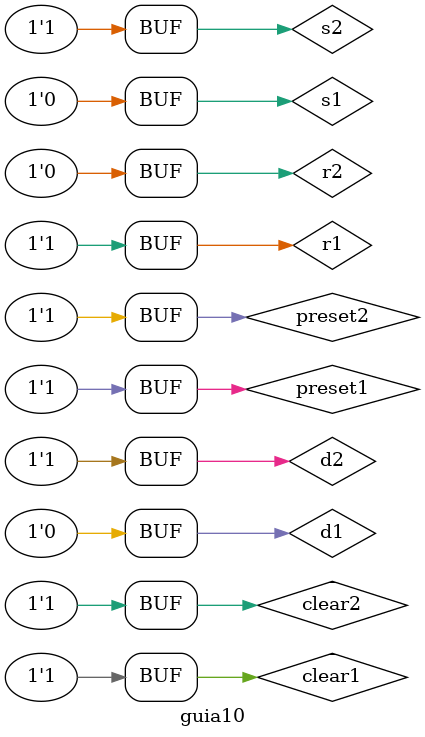
<source format=v>

module exercicio01 ( p, q, r, s );
	input  r, s;
	output p, q;
	reg n1,n2;
	nor NOR1(p,s,q);
	nor NOR2(q,r,p);
endmodule

module exercicio02 ( p, q, pr, cl, r, s );
	input  r, s, pr, cl;
	output p, q;
	reg n1,n2;
	nand NAND1(p,pr,s,q);
	nand NAND2(q,cl,r,p);
endmodule

module exercicio03 ( p, q, pr, cl, d );
	input  d, pr, cl;
	output p, q;
	reg  n1,n2;
	wire nd;
	not NOT1(nd,d);
	nand NAND1(p,pr, d,q);
	nand NAND2(q,cl,nd,p);
endmodule

module exercicio05 ( p, q, d );
	input  d;
	output p, q;
	reg  n1,n2;
	wire nd;
	not NOT1(nd,d);
	nor NOR1(p, d,q);
	nor NOR2(q,nd,p);
endmodule

// Teste:
module guia10;
	reg  r1,r2,s1,s2,d1,d2,clear1,preset1,clear2,preset2;
	wire qnot1,qnot2,qnot3,qnot4,q1,q2,q3,q4;
	exercicio01 EX1 (qnot1,q1,r1,s1);
	exercicio02 EX2 (qnot2,q2,preset1,clear1,r2,s2);
	exercicio03 EX3 (qnot3,q3,preset2,clear2,d1);
	exercicio05 EX5 (qnot4,q4,d2);
	initial begin
		r1=0; s1=0;
		$display("Exercicio 1");
		$monitor("r = %b; s = %b: Q' = %b; Q = %b",r1,s1,qnot1,q1);
		#1 r1=1; s1=0;
		#1 r1=0;s1=0;
		#1 r1=0;s1=1;
		#1 r1=0;s1=0;
		#1 r1=1;s1=0;
		r2=0;s2=0;clear1=0;preset1=0;
		$display("");
		$display("Exercicio 2");
		$monitor("r = %b; s = %b; CLR = %b; PR = %b: Q' = %b; Q = %b",r2,s2,clear1,preset1,qnot2,q2);
		#1 r2=0;s2=0;clear1=0;preset1=0;
		#1 r2=0;s2=0;clear1=0;preset1=0;
		#1 r2=1;s2=0;clear1=1;preset1=0;
		#1 r2=0;s2=0;clear1=1;preset1=0;
		#1 r2=1;s2=0;clear1=1;preset1=1;
		#1 r2=0;s2=1;clear1=1;preset1=1;
		#1 r2=0;s2=1;clear1=1;preset1=1;
		#1 r2=1;s2=1;clear1=1;preset1=1;
                #1 r2=1;s2=0;clear1=1;preset1=1;
                #1 r2=0;s2=1;clear1=1;preset1=1;
		d1=0;clear2=0;preset2=0;
		$display("");
		$display("Exercicio 3");
		$monitor("d = %b; CLR = %b: PR = %b: Q' = %b; Q = %b",d1,clear2,preset2,qnot3,q3);
		#1 d1=1;clear2=0;preset2=0;
		#1 d1=0;clear2=1;preset2=0;
		#1 d1=1;clear2=1;preset2=0;
		#1 d1=0;clear2=0;preset2=1;
		#1 d1=1;clear2=0;preset2=1;
		#1 d1=1;clear2=1;preset2=1;
		#1 d1=0;clear2=1;preset2=1;
		#1 d1=1;clear2=1;preset2=1;
		#1 d1=0;clear2=1;preset2=1;
		d2 = 0;
		$display("");
		$display("Exercicio 5");
		$monitor("d = %b: Q' = %b; Q = %b",d2,qnot4,q4);
		#1 d2 = 1;
	end
endmodule
</source>
